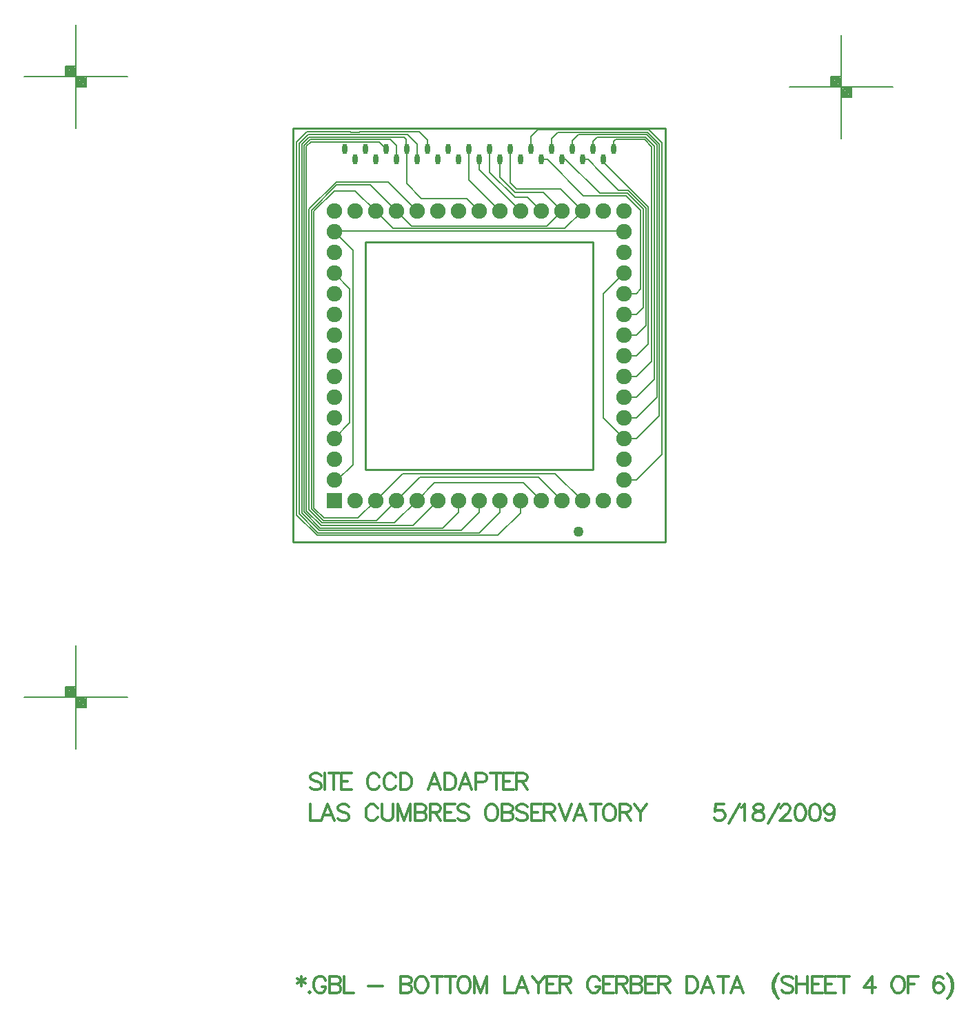
<source format=gbl>
%FSLAX23Y23*%
%MOIN*%
G70*
G01*
G75*
G04 Layer_Physical_Order=4*
G04 Layer_Color=16711680*
%ADD10C,0.005*%
%ADD11R,0.050X0.050*%
%ADD12R,0.050X0.050*%
%ADD13C,0.006*%
%ADD14C,0.010*%
%ADD15C,0.012*%
%ADD16C,0.008*%
%ADD17C,0.012*%
%ADD18C,0.012*%
%ADD19R,0.075X0.075*%
%ADD20C,0.075*%
%ADD21O,0.024X0.050*%
%ADD22C,0.050*%
%ADD23C,0.040*%
%ADD24C,0.086*%
G04:AMPARAMS|DCode=25|XSize=106mil|YSize=106mil|CornerRadius=0mil|HoleSize=0mil|Usage=FLASHONLY|Rotation=0.000|XOffset=0mil|YOffset=0mil|HoleType=Round|Shape=Relief|Width=10mil|Gap=10mil|Entries=4|*
%AMTHD25*
7,0,0,0.106,0.086,0.010,45*
%
%ADD25THD25*%
%ADD26C,0.054*%
G04:AMPARAMS|DCode=27|XSize=74mil|YSize=74mil|CornerRadius=0mil|HoleSize=0mil|Usage=FLASHONLY|Rotation=0.000|XOffset=0mil|YOffset=0mil|HoleType=Round|Shape=Relief|Width=10mil|Gap=10mil|Entries=4|*
%AMTHD27*
7,0,0,0.074,0.054,0.010,45*
%
%ADD27THD27*%
G04:AMPARAMS|DCode=28|XSize=85mil|YSize=85mil|CornerRadius=0mil|HoleSize=0mil|Usage=FLASHONLY|Rotation=0.000|XOffset=0mil|YOffset=0mil|HoleType=Round|Shape=Relief|Width=10mil|Gap=10mil|Entries=4|*
%AMTHD28*
7,0,0,0.085,0.065,0.010,45*
%
%ADD28THD28*%
D13*
X13348Y11704D02*
X14223D01*
X13250Y11803D02*
Y13605D01*
X13353Y11716D02*
X14133D01*
X13262Y11808D02*
Y13600D01*
X13358Y11728D02*
X14045D01*
X13274Y11813D02*
Y13595D01*
X13363Y11740D02*
X13957D01*
X13285Y11818D02*
Y13590D01*
X13368Y11752D02*
X13811D01*
X13297Y11823D02*
Y13585D01*
X13373Y11764D02*
X13723D01*
X13309Y11828D02*
Y13281D01*
X13378Y11776D02*
X13635D01*
X13321Y11833D02*
Y13276D01*
X13250Y11803D02*
X13348Y11704D01*
X13262Y11808D02*
X13353Y11716D01*
X13274Y11813D02*
X13358Y11728D01*
X13285Y11818D02*
X13363Y11740D01*
X13297Y11823D02*
X13368Y11752D01*
X13309Y11828D02*
X13373Y11764D01*
X13321Y11833D02*
X13378Y11776D01*
X13547Y11788D02*
X13632Y11873D01*
X13383Y11788D02*
X13547D01*
X13333Y11837D02*
X13383Y11788D01*
X13333Y11837D02*
Y13271D01*
X13433Y13370D01*
X13533D01*
X13632Y13273D01*
X14223Y11704D02*
X14332Y11812D01*
X14133Y11716D02*
X14231Y11815D01*
X14045Y11728D02*
X14132Y11815D01*
X13957Y11740D02*
X14031Y11815D01*
X13811Y11752D02*
X13932Y11873D01*
X13723Y11764D02*
X13832Y11873D01*
X13635Y11776D02*
X13731Y11873D01*
X13606Y13398D02*
X13731Y13273D01*
X13443Y13398D02*
X13606D01*
X13321Y13276D02*
X13443Y13398D01*
X13691Y13413D02*
X13832Y13273D01*
X13441Y13413D02*
X13691D01*
X13309Y13281D02*
X13441Y13413D01*
X14347Y11958D02*
X14432Y11873D01*
X13917Y11958D02*
X14347D01*
X13832Y11873D02*
X13917Y11958D01*
X14420Y11984D02*
X14531Y11873D01*
X13844Y11984D02*
X14420D01*
X13731Y11873D02*
X13844Y11984D01*
X14500Y12003D02*
X14632Y11873D01*
X13762Y12003D02*
X14500D01*
X13632Y11873D02*
X13762Y12003D01*
X14731Y13510D02*
X14950Y13292D01*
X14832Y12573D02*
X14892D01*
X14950Y12630D01*
Y13292D01*
X14731Y13510D02*
Y13523D01*
X14832Y12672D02*
X14892D01*
X14938Y12719D01*
Y13287D01*
X14853Y13372D02*
X14938Y13287D01*
X14807Y13372D02*
X14853D01*
X14719Y13459D02*
X14807Y13372D01*
X14719Y13459D02*
Y13460D01*
X14658Y13523D02*
X14719Y13460D01*
X14632Y13523D02*
X14658D01*
X14832Y12773D02*
X14892D01*
X14925Y12807D01*
Y13282D01*
X14848Y13359D02*
X14925Y13282D01*
X14714Y13359D02*
X14848D01*
X14550Y13523D02*
X14714Y13359D01*
X14531Y13523D02*
X14550D01*
X14832Y12873D02*
X14892D01*
X14913Y12894D01*
Y13277D01*
X14843Y13347D02*
X14913Y13277D01*
X14637Y13347D02*
X14843D01*
X14462Y13523D02*
X14637Y13347D01*
X14432Y13523D02*
X14462D01*
X14582Y13573D02*
Y13613D01*
X14611Y13642D01*
X14941D01*
X14792Y13618D02*
X14932D01*
X14781Y13608D02*
X14792Y13618D01*
X14781Y13573D02*
Y13608D01*
X14682Y13573D02*
Y13608D01*
X14703Y13630D01*
X14936D01*
X14382Y13573D02*
Y13632D01*
X14415Y13665D01*
X14512Y13653D02*
X14946D01*
X14481Y13623D02*
X14512Y13653D01*
X14481Y13573D02*
Y13623D01*
X14415Y13665D02*
X14951D01*
X14832Y12373D02*
X14892D01*
Y12273D02*
X14991Y12372D01*
X14832Y12273D02*
X14892D01*
Y12373D02*
X14979Y12460D01*
X14991Y12372D02*
Y13592D01*
X14832Y12472D02*
X14892D01*
X14967Y12547D02*
Y13583D01*
X14892Y12472D02*
X14967Y12547D01*
X14932Y13618D02*
X14967Y13583D01*
X14979Y12460D02*
Y13587D01*
X14951Y13665D02*
X15014Y13602D01*
Y12095D02*
Y13602D01*
X14946Y13653D02*
X15002Y13597D01*
Y12283D02*
Y13597D01*
X14941Y13642D02*
X14991Y13592D01*
X14936Y13630D02*
X14979Y13587D01*
X14892Y11972D02*
X15014Y12095D01*
X14892Y12172D02*
X15002Y12283D01*
X14832Y11972D02*
X14892D01*
X14832Y12172D02*
X14892D01*
X14332Y11812D02*
Y11873D01*
X13250Y13605D02*
X13299Y13655D01*
X13510D01*
X13511Y13653D01*
X13552D01*
X13553Y13655D01*
X13842D01*
X13882Y13615D01*
Y13573D02*
Y13615D01*
X13297Y13585D02*
X13319Y13606D01*
X13490D01*
X13491Y13606D01*
X13572D01*
X13573Y13606D01*
X13648D01*
X13682Y13573D01*
X14031Y11815D02*
Y11873D01*
X13285Y13590D02*
X13314Y13618D01*
X13495D01*
X13496Y13618D01*
X13567D01*
X13568Y13618D01*
X13701D01*
X13731Y13589D01*
Y13523D02*
Y13589D01*
X14132Y11815D02*
Y11873D01*
X13274Y13595D02*
X13309Y13630D01*
X13500D01*
X13501Y13630D01*
X13562D01*
X13563Y13630D01*
X13769D01*
X13780Y13620D01*
Y13575D02*
Y13620D01*
Y13575D02*
X13781Y13573D01*
X14231Y11815D02*
Y11873D01*
X13262Y13600D02*
X13304Y13642D01*
X13505D01*
X13506Y13642D01*
X13557D01*
X13558Y13642D01*
X13785D01*
X13832Y13595D01*
Y13523D02*
Y13595D01*
X14731Y12873D02*
X14832Y12972D01*
X14731Y12273D02*
Y12873D01*
Y12273D02*
X14832Y12172D01*
X13432Y13174D02*
X14830D01*
X13432Y13172D02*
X13432Y13174D01*
X14830D02*
X14832Y13172D01*
X14071Y13333D02*
X14132Y13273D01*
X13852Y13333D02*
X14071D01*
X13781Y13405D02*
X13852Y13333D01*
X13781Y13405D02*
Y13573D01*
X14082Y13422D02*
X14231Y13273D01*
X14082Y13422D02*
Y13573D01*
X14132Y13472D02*
X14332Y13273D01*
X14132Y13472D02*
Y13523D01*
X14366Y13339D02*
X14432Y13273D01*
X14304Y13339D02*
X14366D01*
X14182Y13460D02*
X14304Y13339D01*
X14182Y13460D02*
Y13573D01*
X14231Y13436D02*
Y13523D01*
Y13436D02*
X14307Y13361D01*
X14443D01*
X14531Y13273D01*
X14281Y13410D02*
Y13573D01*
Y13410D02*
X14311Y13380D01*
X14524D01*
X14632Y13273D01*
X13717Y13188D02*
X14547D01*
X13804Y13200D02*
X14458D01*
X13731Y13273D02*
X13804Y13200D01*
X14458D02*
X14531Y13273D01*
X13632D02*
X13717Y13188D01*
X14547D02*
X14632Y13273D01*
X13432Y11972D02*
X13446D01*
X13521Y12047D01*
Y13083D01*
X13432Y13172D02*
X13521Y13083D01*
X13432Y12172D02*
X13507Y12248D01*
Y12896D01*
X13432Y12972D02*
X13507Y12896D01*
D14*
X13231Y11672D02*
X14832D01*
X15031D01*
Y13672D01*
X13231D02*
X15031D01*
X13231Y11672D02*
Y13672D01*
X13582Y12023D02*
X14682D01*
Y13123D01*
X13582D02*
X14682D01*
X13582Y12023D02*
Y13123D01*
D15*
X13272Y9572D02*
Y9526D01*
X13253Y9561D02*
X13291Y9538D01*
Y9561D02*
X13253Y9538D01*
X13311Y9500D02*
X13308Y9496D01*
X13311Y9492D01*
X13315Y9496D01*
X13311Y9500D01*
X13390Y9553D02*
X13386Y9561D01*
X13378Y9568D01*
X13371Y9572D01*
X13356D01*
X13348Y9568D01*
X13340Y9561D01*
X13337Y9553D01*
X13333Y9542D01*
Y9523D01*
X13337Y9511D01*
X13340Y9504D01*
X13348Y9496D01*
X13356Y9492D01*
X13371D01*
X13378Y9496D01*
X13386Y9504D01*
X13390Y9511D01*
Y9523D01*
X13371D02*
X13390D01*
X13408Y9572D02*
Y9492D01*
Y9572D02*
X13442D01*
X13454Y9568D01*
X13458Y9565D01*
X13462Y9557D01*
Y9549D01*
X13458Y9542D01*
X13454Y9538D01*
X13442Y9534D01*
X13408D02*
X13442D01*
X13454Y9530D01*
X13458Y9526D01*
X13462Y9519D01*
Y9507D01*
X13458Y9500D01*
X13454Y9496D01*
X13442Y9492D01*
X13408D01*
X13479Y9572D02*
Y9492D01*
X13525D01*
X13597Y9526D02*
X13665D01*
X13752Y9572D02*
Y9492D01*
Y9572D02*
X13786D01*
X13797Y9568D01*
X13801Y9565D01*
X13805Y9557D01*
Y9549D01*
X13801Y9542D01*
X13797Y9538D01*
X13786Y9534D01*
X13752D02*
X13786D01*
X13797Y9530D01*
X13801Y9526D01*
X13805Y9519D01*
Y9507D01*
X13801Y9500D01*
X13797Y9496D01*
X13786Y9492D01*
X13752D01*
X13846Y9572D02*
X13838Y9568D01*
X13831Y9561D01*
X13827Y9553D01*
X13823Y9542D01*
Y9523D01*
X13827Y9511D01*
X13831Y9504D01*
X13838Y9496D01*
X13846Y9492D01*
X13861D01*
X13869Y9496D01*
X13876Y9504D01*
X13880Y9511D01*
X13884Y9523D01*
Y9542D01*
X13880Y9553D01*
X13876Y9561D01*
X13869Y9568D01*
X13861Y9572D01*
X13846D01*
X13929D02*
Y9492D01*
X13903Y9572D02*
X13956D01*
X13992D02*
Y9492D01*
X13965Y9572D02*
X14019D01*
X14051D02*
X14043Y9568D01*
X14036Y9561D01*
X14032Y9553D01*
X14028Y9542D01*
Y9523D01*
X14032Y9511D01*
X14036Y9504D01*
X14043Y9496D01*
X14051Y9492D01*
X14066D01*
X14074Y9496D01*
X14082Y9504D01*
X14085Y9511D01*
X14089Y9523D01*
Y9542D01*
X14085Y9553D01*
X14082Y9561D01*
X14074Y9568D01*
X14066Y9572D01*
X14051D01*
X14108D02*
Y9492D01*
Y9572D02*
X14138Y9492D01*
X14169Y9572D02*
X14138Y9492D01*
X14169Y9572D02*
Y9492D01*
X14254Y9572D02*
Y9492D01*
X14300D01*
X14370D02*
X14339Y9572D01*
X14309Y9492D01*
X14320Y9519D02*
X14358D01*
X14389Y9572D02*
X14419Y9534D01*
Y9492D01*
X14449Y9572D02*
X14419Y9534D01*
X14509Y9572D02*
X14460D01*
Y9492D01*
X14509D01*
X14460Y9534D02*
X14490D01*
X14523Y9572D02*
Y9492D01*
Y9572D02*
X14557D01*
X14568Y9568D01*
X14572Y9565D01*
X14576Y9557D01*
Y9549D01*
X14572Y9542D01*
X14568Y9538D01*
X14557Y9534D01*
X14523D01*
X14549D02*
X14576Y9492D01*
X14714Y9553D02*
X14710Y9561D01*
X14702Y9568D01*
X14695Y9572D01*
X14680D01*
X14672Y9568D01*
X14664Y9561D01*
X14660Y9553D01*
X14657Y9542D01*
Y9523D01*
X14660Y9511D01*
X14664Y9504D01*
X14672Y9496D01*
X14680Y9492D01*
X14695D01*
X14702Y9496D01*
X14710Y9504D01*
X14714Y9511D01*
Y9523D01*
X14695D02*
X14714D01*
X14782Y9572D02*
X14732D01*
Y9492D01*
X14782D01*
X14732Y9534D02*
X14763D01*
X14795Y9572D02*
Y9492D01*
Y9572D02*
X14829D01*
X14841Y9568D01*
X14844Y9565D01*
X14848Y9557D01*
Y9549D01*
X14844Y9542D01*
X14841Y9538D01*
X14829Y9534D01*
X14795D01*
X14822D02*
X14848Y9492D01*
X14866Y9572D02*
Y9492D01*
Y9572D02*
X14900D01*
X14912Y9568D01*
X14916Y9565D01*
X14919Y9557D01*
Y9549D01*
X14916Y9542D01*
X14912Y9538D01*
X14900Y9534D01*
X14866D02*
X14900D01*
X14912Y9530D01*
X14916Y9526D01*
X14919Y9519D01*
Y9507D01*
X14916Y9500D01*
X14912Y9496D01*
X14900Y9492D01*
X14866D01*
X14987Y9572D02*
X14937D01*
Y9492D01*
X14987D01*
X14937Y9534D02*
X14968D01*
X15000Y9572D02*
Y9492D01*
Y9572D02*
X15035D01*
X15046Y9568D01*
X15050Y9565D01*
X15054Y9557D01*
Y9549D01*
X15050Y9542D01*
X15046Y9538D01*
X15035Y9534D01*
X15000D01*
X15027D02*
X15054Y9492D01*
X15134Y9572D02*
Y9492D01*
Y9572D02*
X15161D01*
X15172Y9568D01*
X15180Y9561D01*
X15184Y9553D01*
X15188Y9542D01*
Y9523D01*
X15184Y9511D01*
X15180Y9504D01*
X15172Y9496D01*
X15161Y9492D01*
X15134D01*
X15266D02*
X15236Y9572D01*
X15206Y9492D01*
X15217Y9519D02*
X15255D01*
X15312Y9572D02*
Y9492D01*
X15285Y9572D02*
X15338D01*
X15409Y9492D02*
X15378Y9572D01*
X15348Y9492D01*
X15359Y9519D02*
X15397D01*
X15580Y9587D02*
X15572Y9580D01*
X15565Y9568D01*
X15557Y9553D01*
X15553Y9534D01*
Y9519D01*
X15557Y9500D01*
X15565Y9485D01*
X15572Y9473D01*
X15580Y9466D01*
X15572Y9580D02*
X15565Y9565D01*
X15561Y9553D01*
X15557Y9534D01*
Y9519D01*
X15561Y9500D01*
X15565Y9488D01*
X15572Y9473D01*
X15648Y9561D02*
X15641Y9568D01*
X15629Y9572D01*
X15614D01*
X15603Y9568D01*
X15595Y9561D01*
Y9553D01*
X15599Y9546D01*
X15603Y9542D01*
X15610Y9538D01*
X15633Y9530D01*
X15641Y9526D01*
X15645Y9523D01*
X15648Y9515D01*
Y9504D01*
X15641Y9496D01*
X15629Y9492D01*
X15614D01*
X15603Y9496D01*
X15595Y9504D01*
X15666Y9572D02*
Y9492D01*
X15720Y9572D02*
Y9492D01*
X15666Y9534D02*
X15720D01*
X15791Y9572D02*
X15742D01*
Y9492D01*
X15791D01*
X15742Y9534D02*
X15772D01*
X15854Y9572D02*
X15805D01*
Y9492D01*
X15854D01*
X15805Y9534D02*
X15835D01*
X15894Y9572D02*
Y9492D01*
X15867Y9572D02*
X15921D01*
X16031D02*
X15993Y9519D01*
X16050D01*
X16031Y9572D02*
Y9492D01*
X16150Y9572D02*
X16142Y9568D01*
X16135Y9561D01*
X16131Y9553D01*
X16127Y9542D01*
Y9523D01*
X16131Y9511D01*
X16135Y9504D01*
X16142Y9496D01*
X16150Y9492D01*
X16165D01*
X16173Y9496D01*
X16181Y9504D01*
X16184Y9511D01*
X16188Y9523D01*
Y9542D01*
X16184Y9553D01*
X16181Y9561D01*
X16173Y9568D01*
X16165Y9572D01*
X16150D01*
X16207D02*
Y9492D01*
Y9572D02*
X16256D01*
X16207Y9534D02*
X16237D01*
X16374Y9561D02*
X16370Y9568D01*
X16359Y9572D01*
X16351D01*
X16340Y9568D01*
X16332Y9557D01*
X16328Y9538D01*
Y9519D01*
X16332Y9504D01*
X16340Y9496D01*
X16351Y9492D01*
X16355D01*
X16366Y9496D01*
X16374Y9504D01*
X16378Y9515D01*
Y9519D01*
X16374Y9530D01*
X16366Y9538D01*
X16355Y9542D01*
X16351D01*
X16340Y9538D01*
X16332Y9530D01*
X16328Y9519D01*
X16395Y9587D02*
X16403Y9580D01*
X16411Y9568D01*
X16418Y9553D01*
X16422Y9534D01*
Y9519D01*
X16418Y9500D01*
X16411Y9485D01*
X16403Y9473D01*
X16395Y9466D01*
X16403Y9580D02*
X16411Y9565D01*
X16414Y9553D01*
X16418Y9534D01*
Y9519D01*
X16414Y9500D01*
X16411Y9488D01*
X16403Y9473D01*
D16*
X15901Y13847D02*
X15911D01*
Y13842D02*
Y13852D01*
X15901D02*
X15911D01*
X15901Y13842D02*
Y13852D01*
Y13842D02*
X15911D01*
X15917D02*
Y13858D01*
X15896D02*
X15917D01*
X15896Y13837D02*
Y13858D01*
Y13837D02*
X15917D01*
X15922D02*
Y13863D01*
X15892D02*
X15922D01*
X15892Y13833D02*
Y13863D01*
Y13833D02*
X15922D01*
X15927Y13828D02*
Y13868D01*
X15887D02*
X15927D01*
X15887Y13828D02*
Y13868D01*
Y13828D02*
X15927D01*
X15851Y13898D02*
X15861D01*
Y13892D02*
Y13903D01*
X15851D02*
X15861D01*
X15851Y13892D02*
Y13903D01*
Y13892D02*
X15861D01*
X15866D02*
Y13908D01*
X15847D02*
X15866D01*
X15847Y13887D02*
Y13908D01*
Y13887D02*
X15866D01*
X15872D02*
Y13913D01*
X15842D02*
X15872D01*
X15842Y13882D02*
Y13913D01*
Y13882D02*
X15872D01*
X15877Y13877D02*
Y13917D01*
X15837D02*
X15877D01*
X15837Y13877D02*
Y13917D01*
Y13877D02*
X15877D01*
X15832Y13922D02*
X15882D01*
X15832Y13873D02*
Y13922D01*
X15882Y13823D02*
X15932D01*
Y13873D01*
X15882Y13623D02*
Y14123D01*
X15632Y13873D02*
X16132D01*
X12201Y10898D02*
X12212D01*
Y10892D02*
Y10903D01*
X12201D02*
X12212D01*
X12201Y10892D02*
Y10903D01*
Y10892D02*
X12212D01*
X12217D02*
Y10908D01*
X12196D02*
X12217D01*
X12196Y10887D02*
Y10908D01*
Y10887D02*
X12217D01*
X12222D02*
Y10913D01*
X12191D02*
X12222D01*
X12191Y10882D02*
Y10913D01*
Y10882D02*
X12222D01*
X12226Y10877D02*
Y10917D01*
X12186D02*
X12226D01*
X12186Y10877D02*
Y10917D01*
Y10877D02*
X12226D01*
X12151Y10948D02*
X12161D01*
Y10943D02*
Y10953D01*
X12151D02*
X12161D01*
X12151Y10943D02*
Y10953D01*
Y10943D02*
X12161D01*
X12167D02*
Y10958D01*
X12146D02*
X12167D01*
X12146Y10938D02*
Y10958D01*
Y10938D02*
X12167D01*
X12172D02*
Y10962D01*
X12142D02*
X12172D01*
X12142Y10932D02*
Y10962D01*
Y10932D02*
X12172D01*
X12177Y10927D02*
Y10967D01*
X12137D02*
X12177D01*
X12137Y10927D02*
Y10967D01*
Y10927D02*
X12177D01*
X12132Y10972D02*
X12182D01*
X12132Y10922D02*
Y10972D01*
X12182Y10873D02*
X12231D01*
Y10922D01*
X12182Y10672D02*
Y11172D01*
X11932Y10922D02*
X12432D01*
X12201Y13898D02*
X12212D01*
Y13892D02*
Y13903D01*
X12201D02*
X12212D01*
X12201Y13892D02*
Y13903D01*
Y13892D02*
X12212D01*
X12217D02*
Y13908D01*
X12196D02*
X12217D01*
X12196Y13887D02*
Y13908D01*
Y13887D02*
X12217D01*
X12222D02*
Y13913D01*
X12191D02*
X12222D01*
X12191Y13882D02*
Y13913D01*
Y13882D02*
X12222D01*
X12226Y13877D02*
Y13917D01*
X12186D02*
X12226D01*
X12186Y13877D02*
Y13917D01*
Y13877D02*
X12226D01*
X12151Y13948D02*
X12161D01*
Y13943D02*
Y13953D01*
X12151D02*
X12161D01*
X12151Y13943D02*
Y13953D01*
Y13943D02*
X12161D01*
X12167D02*
Y13958D01*
X12146D02*
X12167D01*
X12146Y13938D02*
Y13958D01*
Y13938D02*
X12167D01*
X12172D02*
Y13962D01*
X12142D02*
X12172D01*
X12142Y13932D02*
Y13962D01*
Y13932D02*
X12172D01*
X12177Y13927D02*
Y13967D01*
X12137D02*
X12177D01*
X12137Y13927D02*
Y13967D01*
Y13927D02*
X12177D01*
X12132Y13972D02*
X12182D01*
X12132Y13922D02*
Y13972D01*
X12182Y13873D02*
X12231D01*
Y13922D01*
X12182Y13672D02*
Y14172D01*
X11932Y13922D02*
X12432D01*
D17*
X13316Y10404D02*
Y10324D01*
X13361D01*
X13431D02*
X13400Y10404D01*
X13370Y10324D01*
X13381Y10351D02*
X13420D01*
X13503Y10393D02*
X13495Y10400D01*
X13484Y10404D01*
X13469D01*
X13457Y10400D01*
X13450Y10393D01*
Y10385D01*
X13453Y10377D01*
X13457Y10374D01*
X13465Y10370D01*
X13488Y10362D01*
X13495Y10358D01*
X13499Y10355D01*
X13503Y10347D01*
Y10335D01*
X13495Y10328D01*
X13484Y10324D01*
X13469D01*
X13457Y10328D01*
X13450Y10335D01*
X13641Y10385D02*
X13637Y10393D01*
X13629Y10400D01*
X13622Y10404D01*
X13607D01*
X13599Y10400D01*
X13591Y10393D01*
X13587Y10385D01*
X13584Y10374D01*
Y10355D01*
X13587Y10343D01*
X13591Y10335D01*
X13599Y10328D01*
X13607Y10324D01*
X13622D01*
X13629Y10328D01*
X13637Y10335D01*
X13641Y10343D01*
X13663Y10404D02*
Y10347D01*
X13667Y10335D01*
X13675Y10328D01*
X13686Y10324D01*
X13694D01*
X13705Y10328D01*
X13713Y10335D01*
X13717Y10347D01*
Y10404D01*
X13739D02*
Y10324D01*
Y10404D02*
X13769Y10324D01*
X13800Y10404D02*
X13769Y10324D01*
X13800Y10404D02*
Y10324D01*
X13822Y10404D02*
Y10324D01*
Y10404D02*
X13857D01*
X13868Y10400D01*
X13872Y10396D01*
X13876Y10389D01*
Y10381D01*
X13872Y10374D01*
X13868Y10370D01*
X13857Y10366D01*
X13822D02*
X13857D01*
X13868Y10362D01*
X13872Y10358D01*
X13876Y10351D01*
Y10339D01*
X13872Y10332D01*
X13868Y10328D01*
X13857Y10324D01*
X13822D01*
X13894Y10404D02*
Y10324D01*
Y10404D02*
X13928D01*
X13939Y10400D01*
X13943Y10396D01*
X13947Y10389D01*
Y10381D01*
X13943Y10374D01*
X13939Y10370D01*
X13928Y10366D01*
X13894D01*
X13920D02*
X13947Y10324D01*
X14014Y10404D02*
X13965D01*
Y10324D01*
X14014D01*
X13965Y10366D02*
X13995D01*
X14081Y10393D02*
X14073Y10400D01*
X14062Y10404D01*
X14047D01*
X14035Y10400D01*
X14028Y10393D01*
Y10385D01*
X14032Y10377D01*
X14035Y10374D01*
X14043Y10370D01*
X14066Y10362D01*
X14073Y10358D01*
X14077Y10355D01*
X14081Y10347D01*
Y10335D01*
X14073Y10328D01*
X14062Y10324D01*
X14047D01*
X14035Y10328D01*
X14028Y10335D01*
X14185Y10404D02*
X14177Y10400D01*
X14169Y10393D01*
X14166Y10385D01*
X14162Y10374D01*
Y10355D01*
X14166Y10343D01*
X14169Y10335D01*
X14177Y10328D01*
X14185Y10324D01*
X14200D01*
X14208Y10328D01*
X14215Y10335D01*
X14219Y10343D01*
X14223Y10355D01*
Y10374D01*
X14219Y10385D01*
X14215Y10393D01*
X14208Y10400D01*
X14200Y10404D01*
X14185D01*
X14241D02*
Y10324D01*
Y10404D02*
X14276D01*
X14287Y10400D01*
X14291Y10396D01*
X14295Y10389D01*
Y10381D01*
X14291Y10374D01*
X14287Y10370D01*
X14276Y10366D01*
X14241D02*
X14276D01*
X14287Y10362D01*
X14291Y10358D01*
X14295Y10351D01*
Y10339D01*
X14291Y10332D01*
X14287Y10328D01*
X14276Y10324D01*
X14241D01*
X14366Y10393D02*
X14358Y10400D01*
X14347Y10404D01*
X14332D01*
X14320Y10400D01*
X14313Y10393D01*
Y10385D01*
X14316Y10377D01*
X14320Y10374D01*
X14328Y10370D01*
X14351Y10362D01*
X14358Y10358D01*
X14362Y10355D01*
X14366Y10347D01*
Y10335D01*
X14358Y10328D01*
X14347Y10324D01*
X14332D01*
X14320Y10328D01*
X14313Y10335D01*
X14433Y10404D02*
X14384D01*
Y10324D01*
X14433D01*
X14384Y10366D02*
X14414D01*
X14447Y10404D02*
Y10324D01*
Y10404D02*
X14481D01*
X14492Y10400D01*
X14496Y10396D01*
X14500Y10389D01*
Y10381D01*
X14496Y10374D01*
X14492Y10370D01*
X14481Y10366D01*
X14447D01*
X14473D02*
X14500Y10324D01*
X14518Y10404D02*
X14548Y10324D01*
X14579Y10404D02*
X14548Y10324D01*
X14650D02*
X14620Y10404D01*
X14589Y10324D01*
X14601Y10351D02*
X14639D01*
X14695Y10404D02*
Y10324D01*
X14669Y10404D02*
X14722D01*
X14754D02*
X14747Y10400D01*
X14739Y10393D01*
X14735Y10385D01*
X14732Y10374D01*
Y10355D01*
X14735Y10343D01*
X14739Y10335D01*
X14747Y10328D01*
X14754Y10324D01*
X14770D01*
X14777Y10328D01*
X14785Y10335D01*
X14789Y10343D01*
X14793Y10355D01*
Y10374D01*
X14789Y10385D01*
X14785Y10393D01*
X14777Y10400D01*
X14770Y10404D01*
X14754D01*
X14811D02*
Y10324D01*
Y10404D02*
X14845D01*
X14857Y10400D01*
X14861Y10396D01*
X14865Y10389D01*
Y10381D01*
X14861Y10374D01*
X14857Y10370D01*
X14845Y10366D01*
X14811D01*
X14838D02*
X14865Y10324D01*
X14882Y10404D02*
X14913Y10366D01*
Y10324D01*
X14943Y10404D02*
X14913Y10366D01*
X15314Y10404D02*
X15275D01*
X15272Y10370D01*
X15275Y10374D01*
X15287Y10377D01*
X15298D01*
X15310Y10374D01*
X15317Y10366D01*
X15321Y10355D01*
Y10347D01*
X15317Y10335D01*
X15310Y10328D01*
X15298Y10324D01*
X15287D01*
X15275Y10328D01*
X15272Y10332D01*
X15268Y10339D01*
X15339Y10313D02*
X15392Y10404D01*
X15398Y10389D02*
X15405Y10393D01*
X15417Y10404D01*
Y10324D01*
X15475Y10404D02*
X15464Y10400D01*
X15460Y10393D01*
Y10385D01*
X15464Y10377D01*
X15472Y10374D01*
X15487Y10370D01*
X15498Y10366D01*
X15506Y10358D01*
X15510Y10351D01*
Y10339D01*
X15506Y10332D01*
X15502Y10328D01*
X15491Y10324D01*
X15475D01*
X15464Y10328D01*
X15460Y10332D01*
X15456Y10339D01*
Y10351D01*
X15460Y10358D01*
X15468Y10366D01*
X15479Y10370D01*
X15494Y10374D01*
X15502Y10377D01*
X15506Y10385D01*
Y10393D01*
X15502Y10400D01*
X15491Y10404D01*
X15475D01*
X15528Y10313D02*
X15581Y10404D01*
X15590Y10385D02*
Y10389D01*
X15594Y10396D01*
X15598Y10400D01*
X15605Y10404D01*
X15621D01*
X15628Y10400D01*
X15632Y10396D01*
X15636Y10389D01*
Y10381D01*
X15632Y10374D01*
X15624Y10362D01*
X15586Y10324D01*
X15640D01*
X15680Y10404D02*
X15669Y10400D01*
X15661Y10389D01*
X15658Y10370D01*
Y10358D01*
X15661Y10339D01*
X15669Y10328D01*
X15680Y10324D01*
X15688D01*
X15699Y10328D01*
X15707Y10339D01*
X15711Y10358D01*
Y10370D01*
X15707Y10389D01*
X15699Y10400D01*
X15688Y10404D01*
X15680D01*
X15752D02*
X15740Y10400D01*
X15733Y10389D01*
X15729Y10370D01*
Y10358D01*
X15733Y10339D01*
X15740Y10328D01*
X15752Y10324D01*
X15759D01*
X15771Y10328D01*
X15778Y10339D01*
X15782Y10358D01*
Y10370D01*
X15778Y10389D01*
X15771Y10400D01*
X15759Y10404D01*
X15752D01*
X15849Y10377D02*
X15846Y10366D01*
X15838Y10358D01*
X15827Y10355D01*
X15823D01*
X15811Y10358D01*
X15804Y10366D01*
X15800Y10377D01*
Y10381D01*
X15804Y10393D01*
X15811Y10400D01*
X15823Y10404D01*
X15827D01*
X15838Y10400D01*
X15846Y10393D01*
X15849Y10377D01*
Y10358D01*
X15846Y10339D01*
X15838Y10328D01*
X15827Y10324D01*
X15819D01*
X15808Y10328D01*
X15804Y10335D01*
D18*
X13369Y10543D02*
X13361Y10550D01*
X13350Y10554D01*
X13335D01*
X13323Y10550D01*
X13316Y10543D01*
Y10535D01*
X13319Y10527D01*
X13323Y10524D01*
X13331Y10520D01*
X13354Y10512D01*
X13361Y10508D01*
X13365Y10505D01*
X13369Y10497D01*
Y10486D01*
X13361Y10478D01*
X13350Y10474D01*
X13335D01*
X13323Y10478D01*
X13316Y10486D01*
X13387Y10554D02*
Y10474D01*
X13430Y10554D02*
Y10474D01*
X13404Y10554D02*
X13457D01*
X13516D02*
X13466D01*
Y10474D01*
X13516D01*
X13466Y10516D02*
X13497D01*
X13649Y10535D02*
X13645Y10543D01*
X13638Y10550D01*
X13630Y10554D01*
X13615D01*
X13607Y10550D01*
X13600Y10543D01*
X13596Y10535D01*
X13592Y10524D01*
Y10505D01*
X13596Y10493D01*
X13600Y10486D01*
X13607Y10478D01*
X13615Y10474D01*
X13630D01*
X13638Y10478D01*
X13645Y10486D01*
X13649Y10493D01*
X13729Y10535D02*
X13725Y10543D01*
X13717Y10550D01*
X13710Y10554D01*
X13694D01*
X13687Y10550D01*
X13679Y10543D01*
X13675Y10535D01*
X13672Y10524D01*
Y10505D01*
X13675Y10493D01*
X13679Y10486D01*
X13687Y10478D01*
X13694Y10474D01*
X13710D01*
X13717Y10478D01*
X13725Y10486D01*
X13729Y10493D01*
X13751Y10554D02*
Y10474D01*
Y10554D02*
X13778D01*
X13789Y10550D01*
X13797Y10543D01*
X13801Y10535D01*
X13805Y10524D01*
Y10505D01*
X13801Y10493D01*
X13797Y10486D01*
X13789Y10478D01*
X13778Y10474D01*
X13751D01*
X13946D02*
X13916Y10554D01*
X13885Y10474D01*
X13897Y10501D02*
X13935D01*
X13965Y10554D02*
Y10474D01*
Y10554D02*
X13992D01*
X14003Y10550D01*
X14011Y10543D01*
X14014Y10535D01*
X14018Y10524D01*
Y10505D01*
X14014Y10493D01*
X14011Y10486D01*
X14003Y10478D01*
X13992Y10474D01*
X13965D01*
X14097D02*
X14067Y10554D01*
X14036Y10474D01*
X14048Y10501D02*
X14086D01*
X14116Y10512D02*
X14150D01*
X14161Y10516D01*
X14165Y10520D01*
X14169Y10527D01*
Y10539D01*
X14165Y10546D01*
X14161Y10550D01*
X14150Y10554D01*
X14116D01*
Y10474D01*
X14214Y10554D02*
Y10474D01*
X14187Y10554D02*
X14240D01*
X14299D02*
X14250D01*
Y10474D01*
X14299D01*
X14250Y10516D02*
X14280D01*
X14313Y10554D02*
Y10474D01*
Y10554D02*
X14347D01*
X14358Y10550D01*
X14362Y10546D01*
X14366Y10539D01*
Y10531D01*
X14362Y10524D01*
X14358Y10520D01*
X14347Y10516D01*
X14313D01*
X14339D02*
X14366Y10474D01*
D19*
X13432Y11873D02*
D03*
D20*
X13531D02*
D03*
X13632D02*
D03*
X13731D02*
D03*
X13832D02*
D03*
X13932D02*
D03*
X14031D02*
D03*
X14132D02*
D03*
X14231D02*
D03*
X14332D02*
D03*
X14432D02*
D03*
X14531D02*
D03*
X14632D02*
D03*
X14731D02*
D03*
X14832D02*
D03*
Y11972D02*
D03*
Y12073D02*
D03*
Y12172D02*
D03*
Y12273D02*
D03*
Y12373D02*
D03*
Y12472D02*
D03*
Y12573D02*
D03*
Y12672D02*
D03*
Y12773D02*
D03*
Y12873D02*
D03*
Y12972D02*
D03*
Y13073D02*
D03*
Y13172D02*
D03*
Y13273D02*
D03*
X14731D02*
D03*
X14632D02*
D03*
X14531D02*
D03*
X14432D02*
D03*
X14332D02*
D03*
X14231D02*
D03*
X14132D02*
D03*
X14031D02*
D03*
X13932D02*
D03*
X13832D02*
D03*
X13731D02*
D03*
X13632D02*
D03*
X13531D02*
D03*
X13432D02*
D03*
Y13172D02*
D03*
Y13073D02*
D03*
Y12972D02*
D03*
Y12873D02*
D03*
Y12773D02*
D03*
Y12672D02*
D03*
Y12573D02*
D03*
Y12472D02*
D03*
Y12373D02*
D03*
Y12273D02*
D03*
Y12172D02*
D03*
Y12073D02*
D03*
Y11972D02*
D03*
D21*
X14781Y13573D02*
D03*
X13481D02*
D03*
X13531Y13523D02*
D03*
X13582Y13573D02*
D03*
X13632Y13523D02*
D03*
X13682Y13573D02*
D03*
X13731Y13523D02*
D03*
X13781Y13573D02*
D03*
X13832Y13523D02*
D03*
X13882Y13573D02*
D03*
X13932Y13523D02*
D03*
X13981Y13573D02*
D03*
X14031Y13523D02*
D03*
X14082Y13573D02*
D03*
X14132Y13523D02*
D03*
X14182Y13573D02*
D03*
X14231Y13523D02*
D03*
X14281Y13573D02*
D03*
X14332Y13523D02*
D03*
X14382Y13573D02*
D03*
X14432Y13523D02*
D03*
X14481Y13573D02*
D03*
X14531Y13523D02*
D03*
X14582Y13573D02*
D03*
X14632Y13523D02*
D03*
X14682Y13573D02*
D03*
X14731Y13523D02*
D03*
D22*
X14613Y11722D02*
D03*
M02*

</source>
